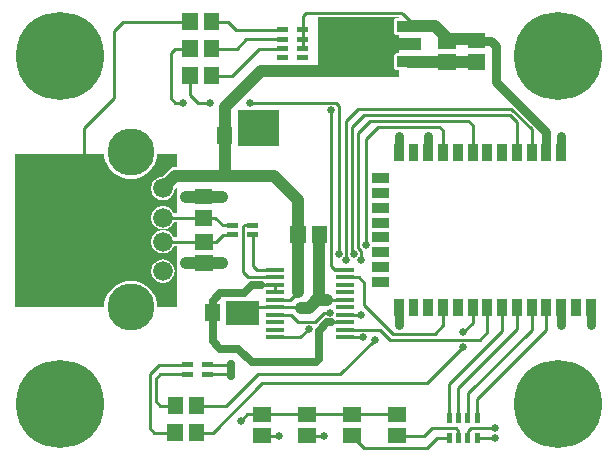
<source format=gbr>
G04 start of page 2 for group 0 idx 0 *
G04 Title: (unknown), top *
G04 Creator: pcb 20140316 *
G04 CreationDate: Sun 30 Dec 2018 07:44:10 PM GMT UTC *
G04 For: railfan *
G04 Format: Gerber/RS-274X *
G04 PCB-Dimensions (mil): 2000.00 1500.00 *
G04 PCB-Coordinate-Origin: lower left *
%MOIN*%
%FSLAX25Y25*%
%LNTOP*%
%ADD29C,0.0360*%
%ADD28C,0.0910*%
%ADD27C,0.1285*%
%ADD26C,0.0120*%
%ADD25C,0.0260*%
%ADD24R,0.0945X0.0945*%
%ADD23R,0.0378X0.0378*%
%ADD22R,0.0330X0.0330*%
%ADD21R,0.0130X0.0130*%
%ADD20R,0.0167X0.0167*%
%ADD19R,0.0512X0.0512*%
%ADD18C,0.0660*%
%ADD17C,0.1570*%
%ADD16C,0.2937*%
%ADD15C,0.0300*%
%ADD14C,0.0250*%
%ADD13C,0.0100*%
%ADD12C,0.0400*%
%ADD11C,0.0001*%
G54D11*G36*
X130000Y126000D02*X103000D01*
Y146000D01*
X130000D01*
Y145788D01*
X129264Y145787D01*
X129111Y145750D01*
X128965Y145690D01*
X128831Y145608D01*
X128712Y145505D01*
X128609Y145386D01*
X128527Y145251D01*
X128467Y145106D01*
X128430Y144953D01*
X128421Y144796D01*
X128430Y140859D01*
X128467Y140706D01*
X128527Y140561D01*
X128609Y140426D01*
X128712Y140307D01*
X128831Y140204D01*
X128965Y140122D01*
X129111Y140062D01*
X129264Y140025D01*
X129421Y140016D01*
X130000Y140017D01*
Y133976D01*
X129264Y133975D01*
X129111Y133938D01*
X128965Y133878D01*
X128831Y133796D01*
X128712Y133693D01*
X128609Y133574D01*
X128527Y133439D01*
X128467Y133294D01*
X128430Y133141D01*
X128421Y132984D01*
X128430Y129047D01*
X128467Y128894D01*
X128527Y128749D01*
X128609Y128614D01*
X128712Y128495D01*
X128831Y128392D01*
X128965Y128310D01*
X129111Y128250D01*
X129264Y128213D01*
X129421Y128204D01*
X130000Y128205D01*
Y126000D01*
G37*
G36*
X76500Y115000D02*X90000D01*
Y103000D01*
X76500D01*
Y115000D01*
G37*
G36*
X51394Y75188D02*X51400Y75188D01*
X52012Y75236D01*
X52609Y75379D01*
X53176Y75614D01*
X53699Y75935D01*
X54166Y76334D01*
X54565Y76801D01*
X54886Y77324D01*
X55000Y77600D01*
X56000D01*
Y72600D01*
X55000D01*
X54886Y72876D01*
X54565Y73399D01*
X54166Y73866D01*
X53699Y74265D01*
X53176Y74586D01*
X52609Y74821D01*
X52012Y74964D01*
X51400Y75012D01*
X51394Y75012D01*
Y75188D01*
G37*
G36*
Y84988D02*X51400Y84988D01*
X52012Y85036D01*
X52609Y85179D01*
X53176Y85414D01*
X53699Y85735D01*
X54166Y86134D01*
X54565Y86601D01*
X54886Y87124D01*
X55121Y87691D01*
X55264Y88288D01*
X55278Y88536D01*
X56000Y89257D01*
Y86118D01*
X55991Y86000D01*
X56000Y85882D01*
Y80600D01*
X55000D01*
X54886Y80876D01*
X54565Y81399D01*
X54166Y81866D01*
X53699Y82265D01*
X53176Y82586D01*
X52609Y82821D01*
X52012Y82964D01*
X51400Y83012D01*
X51394Y83012D01*
Y84988D01*
G37*
G36*
Y100500D02*X56000D01*
Y96000D01*
X55618D01*
X55500Y96009D01*
X55029Y95972D01*
X54570Y95862D01*
X54134Y95681D01*
X53731Y95435D01*
X53731Y95434D01*
X53372Y95128D01*
X53296Y95038D01*
X51394Y93137D01*
Y100500D01*
G37*
G36*
X56000Y49500D02*X51394D01*
Y57388D01*
X51400Y57388D01*
X52012Y57436D01*
X52609Y57579D01*
X53176Y57814D01*
X53699Y58135D01*
X54166Y58534D01*
X54565Y59001D01*
X54886Y59524D01*
X55121Y60091D01*
X55264Y60688D01*
X55300Y61300D01*
X55264Y61912D01*
X55121Y62509D01*
X54886Y63076D01*
X54565Y63599D01*
X54166Y64066D01*
X53699Y64465D01*
X53176Y64786D01*
X52609Y65021D01*
X52012Y65164D01*
X51400Y65212D01*
X51394Y65212D01*
Y67188D01*
X51400Y67188D01*
X52012Y67236D01*
X52609Y67379D01*
X53176Y67614D01*
X53699Y67935D01*
X54166Y68334D01*
X54565Y68801D01*
X54886Y69324D01*
X55000Y69600D01*
X56000D01*
Y64118D01*
X55991Y64000D01*
X56000Y63882D01*
Y49500D01*
G37*
G36*
X51394D02*X49532D01*
X49468Y50589D01*
X49143Y51943D01*
X48610Y53230D01*
X47882Y54418D01*
X46977Y55477D01*
X45918Y56382D01*
X44730Y57110D01*
X43443Y57643D01*
X42089Y57968D01*
X40700Y58077D01*
X39311Y57968D01*
X37957Y57643D01*
X36670Y57110D01*
X35482Y56382D01*
X34423Y55477D01*
X33518Y54418D01*
X32790Y53230D01*
X32257Y51943D01*
X31932Y50589D01*
X31846Y49500D01*
X2000D01*
Y100500D01*
X31854D01*
X31932Y99511D01*
X32257Y98157D01*
X32790Y96870D01*
X33518Y95682D01*
X34423Y94623D01*
X35482Y93718D01*
X36670Y92990D01*
X37957Y92457D01*
X39311Y92132D01*
X40700Y92023D01*
X42089Y92132D01*
X43443Y92457D01*
X44730Y92990D01*
X45918Y93718D01*
X46977Y94623D01*
X47882Y95682D01*
X48610Y96870D01*
X49143Y98157D01*
X49468Y99511D01*
X49526Y100500D01*
X51394D01*
Y93137D01*
X51041Y92784D01*
X50788Y92764D01*
X50191Y92621D01*
X49624Y92386D01*
X49101Y92065D01*
X48634Y91666D01*
X48235Y91199D01*
X47914Y90676D01*
X47679Y90109D01*
X47536Y89512D01*
X47488Y88900D01*
X47536Y88288D01*
X47679Y87691D01*
X47914Y87124D01*
X48235Y86601D01*
X48634Y86134D01*
X49101Y85735D01*
X49624Y85414D01*
X50191Y85179D01*
X50788Y85036D01*
X51394Y84988D01*
Y83012D01*
X50788Y82964D01*
X50191Y82821D01*
X49624Y82586D01*
X49101Y82265D01*
X48634Y81866D01*
X48235Y81399D01*
X47914Y80876D01*
X47679Y80309D01*
X47536Y79712D01*
X47488Y79100D01*
X47536Y78488D01*
X47679Y77891D01*
X47914Y77324D01*
X48235Y76801D01*
X48634Y76334D01*
X49101Y75935D01*
X49624Y75614D01*
X50191Y75379D01*
X50788Y75236D01*
X51394Y75188D01*
Y75012D01*
X50788Y74964D01*
X50191Y74821D01*
X49624Y74586D01*
X49101Y74265D01*
X48634Y73866D01*
X48235Y73399D01*
X47914Y72876D01*
X47679Y72309D01*
X47536Y71712D01*
X47488Y71100D01*
X47536Y70488D01*
X47679Y69891D01*
X47914Y69324D01*
X48235Y68801D01*
X48634Y68334D01*
X49101Y67935D01*
X49624Y67614D01*
X50191Y67379D01*
X50788Y67236D01*
X51394Y67188D01*
Y65212D01*
X50788Y65164D01*
X50191Y65021D01*
X49624Y64786D01*
X49101Y64465D01*
X48634Y64066D01*
X48235Y63599D01*
X47914Y63076D01*
X47679Y62509D01*
X47536Y61912D01*
X47488Y61300D01*
X47536Y60688D01*
X47679Y60091D01*
X47914Y59524D01*
X48235Y59001D01*
X48634Y58534D01*
X49101Y58135D01*
X49624Y57814D01*
X50191Y57579D01*
X50788Y57436D01*
X51394Y57388D01*
Y49500D01*
G37*
G36*
X83500Y43500D02*X72500D01*
Y51500D01*
X83500D01*
Y43500D01*
G37*
G54D12*X71914Y106500D02*X71957Y106543D01*
G54D13*X26500Y96000D02*Y83500D01*
G54D12*X51400Y88900D02*X55500Y93000D01*
X88500D01*
X59000Y86000D02*X71000D01*
G54D13*X35000Y119000D02*X25000Y109000D01*
Y97500D01*
G54D12*X88500Y93000D02*X96457Y85043D01*
G54D13*X80500Y117500D02*X109000D01*
G54D12*X59000Y64000D02*X71000D01*
G54D13*X51400Y71100D02*X69100D01*
X81348Y73425D02*Y63152D01*
X82750Y61750D01*
X51400Y79100D02*X68900D01*
G54D14*X67957Y51457D02*X70500Y54000D01*
X78500D01*
G54D13*X69100Y71100D02*X71425Y73425D01*
X74652D01*
X68900Y79100D02*X71425Y76575D01*
X74652D01*
X81348D02*X78575D01*
X78000Y76000D01*
Y61000D01*
X79750Y59250D01*
X88886D01*
G54D12*X96457Y85043D02*Y73500D01*
G54D13*X117500Y65000D02*Y68000D01*
X116750Y59250D02*X118500Y57500D01*
Y50000D01*
X117500Y68000D02*X116500Y69000D01*
X114500Y67500D02*X115000Y67000D01*
X107500Y63000D02*Y115000D01*
X112500Y65000D02*Y111500D01*
X114500Y67500D02*Y109500D01*
X116500Y69000D02*Y107500D01*
X112114Y59250D02*X116750D01*
X119000Y70000D02*Y105500D01*
X116500Y115500D02*X112500Y111500D01*
X118500Y113500D02*X114500Y109500D01*
X110000Y67000D02*Y116500D01*
X109000Y117500D01*
X98000Y135500D02*Y144500D01*
Y143500D02*Y146500D01*
X99000Y147500D01*
X91304Y141799D02*X75701D01*
X91304Y138650D02*X79150D01*
X91304Y135500D02*X83500D01*
X75701Y141799D02*X73000Y144500D01*
X79150Y138650D02*X76000Y135500D01*
X67543D01*
X83500D02*X74500Y126500D01*
X67543D01*
G54D12*X107000Y128000D02*X84000D01*
X133358Y142906D02*X142137D01*
X146500Y138543D01*
X140500Y131000D02*X133452D01*
X155914D02*X137000D01*
G54D13*X131406Y147000D02*X135500Y142906D01*
X99000Y147500D02*X130906D01*
X132500Y145906D01*
G54D12*X146000Y138543D02*X155871D01*
X155914Y138586D01*
G54D15*X160914Y138086D02*X155914D01*
G54D13*X73000Y144500D02*X67543D01*
X38500D02*X60457D01*
X40500D02*X38000D01*
X35000Y141500D01*
X54000Y134000D02*X55500Y135500D01*
X54000Y134000D02*Y119000D01*
X55500Y117500D01*
X58000D01*
X55500Y135500D02*X60457D01*
X35000Y141500D02*Y119000D01*
G54D12*X84000Y128000D02*X76000Y120000D01*
X71957Y115957D02*X77500Y121500D01*
G54D13*X60457Y126500D02*Y120043D01*
G54D12*X72000Y107000D02*X71957Y107043D01*
G54D13*X60457Y120043D02*X63000Y117500D01*
X67000D01*
G54D12*X72000Y116000D02*Y93000D01*
G54D15*X179224Y100799D02*Y107776D01*
G54D13*X169382Y100799D02*Y111118D01*
X174303Y108697D02*Y100799D01*
G54D15*X179224Y107776D02*X162500Y124500D01*
Y136500D01*
X160914Y138086D01*
G54D13*X169382Y111118D02*X167000Y113500D01*
X167500Y115500D02*X174303Y108697D01*
G54D15*X184146Y100799D02*Y106500D01*
X139854Y100799D02*Y106500D01*
G54D13*X144776Y108224D02*Y100799D01*
X154618D02*Y109882D01*
X153000Y111500D01*
G54D15*X130012Y100799D02*Y106500D01*
G54D13*X119000Y105500D02*X123000Y109500D01*
X120500Y111500D02*X116500Y107500D01*
X123000Y109500D02*X143500D01*
X144776Y108224D01*
X120500Y111500D02*X153000D01*
X118500Y113500D02*X167000D01*
X116500Y115500D02*X167500D01*
X149925Y5652D02*Y8075D01*
X153075Y5652D02*Y8075D01*
X154000Y9000D01*
X162000D01*
X156224Y5652D02*X162000D01*
X149925Y8075D02*X149000Y9000D01*
X141000D01*
X138457Y6457D01*
X146776Y5652D02*X142652D01*
X139500Y2500D01*
X146776Y12348D02*Y23776D01*
X149925Y12348D02*Y22425D01*
X153075Y12348D02*Y20575D01*
X156224Y12348D02*Y18724D01*
X112114Y44250D02*X107250D01*
X112114Y51750D02*X106750D01*
X112114Y46750D02*X117500D01*
G54D14*X107500Y44250D02*X106250D01*
X103500Y41500D01*
Y32000D01*
X102500Y31000D01*
G54D13*X102000Y44500D02*X105000Y47500D01*
X107000D01*
X110500Y27000D02*X122000Y38500D01*
X112114Y39250D02*X118000D01*
X112114Y41750D02*X123750D01*
X127000Y38500D01*
X128000Y40500D02*X118500Y50000D01*
X138457Y6457D02*X129500D01*
X139500Y2500D02*X118457D01*
X114500Y6457D01*
X105000Y6500D02*X99500D01*
X129500Y13543D02*X79543D01*
X84500Y24000D02*X139500D01*
X146776Y23776D02*X164461Y41461D01*
X149925Y22425D02*X169382Y41882D01*
X153075Y20575D02*X174303Y41803D01*
X156224Y18724D02*X179224Y41724D01*
X157000Y38500D02*X159539Y41039D01*
X151500Y36000D02*X139500Y24000D01*
X164461Y41461D02*Y49201D01*
X169382Y41882D02*Y49201D01*
X174303Y41803D02*Y49201D01*
X179224Y41724D02*Y49201D01*
G54D15*X193988D02*Y43500D01*
X184146Y49201D02*Y43500D01*
X130012Y49201D02*Y43500D01*
G54D13*X128000Y40500D02*X142000D01*
X144776Y43276D01*
Y49201D01*
X127000Y38500D02*X157000D01*
X159539Y41039D02*Y49201D01*
X154618D02*Y44118D01*
X151500Y41000D01*
X49000Y18000D02*Y25500D01*
X47000Y27000D02*Y9000D01*
X50500Y16500D02*X49000Y18000D01*
Y25500D02*X50500Y27000D01*
X50075Y30075D02*X47000Y27000D01*
G54D14*X74000Y30500D02*Y26500D01*
G54D13*X66348Y30075D02*X73575D01*
X66348Y26925D02*X73075D01*
X62586Y16500D02*X72500D01*
X83000Y27000D01*
X68000Y7500D02*X84500Y24000D01*
X50500Y27000D02*X59577D01*
X59652Y30075D02*X50075D01*
X90000Y6500D02*X84500D01*
X79543Y13543D02*X77500Y11500D01*
X55500Y16500D02*X50500D01*
X47000Y9000D02*X48500Y7500D01*
X55457D01*
X62543D02*X68000D01*
X88886Y56750D02*X81621D01*
G54D14*X78500Y54000D02*X81250Y56750D01*
X84250D01*
G54D13*X88750D02*Y54386D01*
X88886Y54250D01*
X82750Y61750D02*X88886D01*
Y49250D02*X81750D01*
G54D12*X103543Y73500D02*Y52543D01*
X100500Y49500D01*
X106000Y51750D02*X102750D01*
X102000Y51000D01*
X96500Y73543D02*Y54500D01*
G54D13*X93750Y51750D02*X96500Y54500D01*
X107500Y63000D02*X108750Y61750D01*
X112114D01*
G54D12*X100000Y49000D02*X97500D01*
G54D13*X89250Y49250D02*X97750D01*
X98000Y49000D01*
X88886Y51750D02*X93750D01*
X88886Y46750D02*X94250D01*
X96500Y44500D01*
G54D14*X81000Y31000D02*X76500Y35500D01*
X70500D01*
X67957Y38043D01*
Y51457D02*Y38043D01*
G54D13*X96500Y44500D02*X102000D01*
G54D14*X102500Y31000D02*X81000D01*
G54D13*X88886Y39250D02*X97250D01*
X100000Y42000D01*
X83000Y27000D02*X110500D01*
G54D16*X17000Y17000D03*
G54D17*X40700Y49200D03*
G54D18*X51400Y71100D03*
Y61300D03*
G54D16*X183000Y133000D03*
Y17000D03*
X17000Y133000D03*
G54D17*X40700Y100900D03*
G54D18*X51400Y79100D03*
Y88900D03*
G54D19*X64521Y79000D02*X65307D01*
X64521Y86086D02*X65307D01*
X64607Y71043D02*X65393D01*
X64607Y63957D02*X65393D01*
G54D20*X73717Y76575D02*X75587D01*
X73717Y73425D02*X75587D01*
X80413D02*X82283D01*
X80413Y76575D02*X82283D01*
G54D19*X67957Y47893D02*Y47107D01*
X75043Y47893D02*Y47107D01*
G54D20*X65413Y26925D02*X67283D01*
X65413Y30075D02*X67283D01*
X58717D02*X60587D01*
X58717Y26925D02*X60587D01*
X146776Y6587D02*Y4717D01*
X149925Y6587D02*Y4717D01*
X153075Y6587D02*Y4717D01*
X156224Y6587D02*Y4717D01*
Y13283D02*Y11413D01*
X153075Y13283D02*Y11413D01*
X149925Y13283D02*Y11413D01*
X146776Y13283D02*Y11413D01*
G54D19*X129107Y13543D02*X129893D01*
X114107D02*X114893D01*
X99107D02*X99893D01*
X84107D02*X84893D01*
X129107Y6457D02*X129893D01*
X114107D02*X114893D01*
X99107D02*X99893D01*
X84107D02*X84893D01*
X55457Y7893D02*Y7107D01*
X62543Y7893D02*Y7107D01*
X55500Y16893D02*Y16107D01*
X62586Y16893D02*Y16107D01*
X96457Y73893D02*Y73107D01*
X103543Y73893D02*Y73107D01*
G54D21*X109811Y39250D02*X114417D01*
X109811Y41750D02*X114417D01*
X109811Y44250D02*X114417D01*
X109811Y46750D02*X114417D01*
X109811Y49250D02*X114417D01*
X109811Y51750D02*X114417D01*
X109811Y54250D02*X114417D01*
X109811Y56750D02*X114417D01*
X109811Y59250D02*X114417D01*
X109811Y61750D02*X114417D01*
X86583D02*X91189D01*
X86583Y59250D02*X91189D01*
X86583Y56750D02*X91189D01*
X86583Y54250D02*X91189D01*
X86583Y51750D02*X91189D01*
X86583Y49250D02*X91189D01*
X86583Y46750D02*X91189D01*
X86583Y44250D02*X91189D01*
X86583Y41750D02*X91189D01*
X86583Y39250D02*X91189D01*
G54D22*X122752Y92224D02*X125150D01*
X122752Y87303D02*X125150D01*
X122752Y82382D02*X125150D01*
X122752Y77461D02*X125150D01*
X122752Y72539D02*X125150D01*
X122752Y67618D02*X125150D01*
X122752Y62697D02*X125150D01*
X122752Y57776D02*X125150D01*
X130012Y50402D02*Y48000D01*
X134933Y50402D02*Y48000D01*
X139854Y50402D02*Y48000D01*
X144776Y50402D02*Y48000D01*
X149697Y50402D02*Y48000D01*
X154618Y50402D02*Y48000D01*
X159539Y50402D02*Y48000D01*
X164461Y50402D02*Y48000D01*
X169382Y50402D02*Y48000D01*
X174303Y50402D02*Y48000D01*
X179224Y50402D02*Y48000D01*
X184146Y50402D02*Y48000D01*
X189067Y50402D02*Y48000D01*
X193988Y50402D02*Y48000D01*
G54D19*X155521Y138086D02*X156307D01*
X155521Y131000D02*X156307D01*
X145607Y138043D02*X146393D01*
X145607Y130957D02*X146393D01*
G54D23*X131311Y131094D02*X135405D01*
X123595Y137000D02*X135405D01*
G54D24*X119971D02*X121861D01*
G54D11*G36*
X125166Y133695D02*X128006Y136535D01*
X129426Y135115D01*
X126586Y132275D01*
X125166Y133695D01*
G37*
G36*
X126586Y141725D02*X129426Y138885D01*
X128006Y137465D01*
X125166Y140305D01*
X126586Y141725D01*
G37*
G54D23*X131311Y142906D02*X135405D01*
G54D19*X71957Y106893D02*Y106107D01*
X79043Y106893D02*Y106107D01*
G54D20*X90369Y141799D02*X92239D01*
X90369Y138650D02*X92239D01*
X90369Y135500D02*X92239D01*
X90369Y132351D02*X92239D01*
X97065D02*X98935D01*
X97065Y135500D02*X98935D01*
X97065Y138650D02*X98935D01*
X97065Y141799D02*X98935D01*
G54D19*X60457Y135893D02*Y135107D01*
Y126893D02*Y126107D01*
Y144893D02*Y144107D01*
X67543Y135893D02*Y135107D01*
Y126893D02*Y126107D01*
Y144893D02*Y144107D01*
G54D22*X184146Y102000D02*Y99598D01*
X179224Y102000D02*Y99598D01*
X174303Y102000D02*Y99598D01*
X169382Y102000D02*Y99598D01*
X164461Y102000D02*Y99598D01*
X159539Y102000D02*Y99598D01*
X154618Y102000D02*Y99598D01*
X149697Y102000D02*Y99598D01*
X144776Y102000D02*Y99598D01*
X139854Y102000D02*Y99598D01*
X134933Y102000D02*Y99598D01*
X130012Y102000D02*Y99598D01*
G54D25*X67000Y117500D03*
X58000D03*
X59000Y86000D03*
X71000D03*
X80500Y117500D03*
X84000Y112500D03*
Y109000D03*
Y105500D03*
X87500Y112500D03*
Y109000D03*
Y105500D03*
X140000Y131000D03*
X151000D03*
X126000Y144000D03*
X122500D03*
X119000D03*
X110500D03*
X115500D03*
X112500Y137000D03*
Y140500D03*
Y133500D03*
X107500Y115000D03*
X126000Y130000D03*
X122500D03*
X119000D03*
X115500D03*
X110500D03*
X184146Y106500D03*
X139854D03*
X130012D03*
X162000Y9000D03*
Y5652D03*
X105000Y6500D03*
X90000D03*
X77500Y11500D03*
X97500Y49000D03*
X106000Y51750D03*
X81500Y45500D03*
Y49500D03*
X107000Y47500D03*
X74000Y26500D03*
Y30500D03*
X100000Y42000D03*
X130012Y43500D03*
X122000Y38500D03*
X118000Y39250D03*
X52500Y53500D03*
X43500Y66500D03*
Y62000D03*
X39000Y66500D03*
Y62000D03*
X59000Y64000D03*
X71000D03*
X117500Y46750D03*
Y65000D03*
X115000Y67000D03*
X112500Y65000D03*
X110000Y67000D03*
X193988Y43500D03*
X184146D03*
X151500Y41000D03*
Y36000D03*
X119000Y70000D03*
G54D26*G54D27*G54D28*G54D29*G54D27*G54D28*G54D29*M02*

</source>
